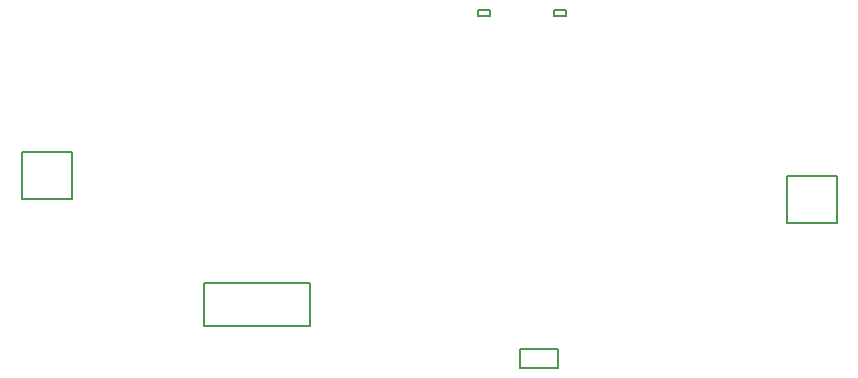
<source format=gbr>
G04*
G04 #@! TF.GenerationSoftware,Altium Limited,Altium Designer,24.9.1 (31)*
G04*
G04 Layer_Color=8388736*
%FSLAX44Y44*%
%MOMM*%
G71*
G04*
G04 #@! TF.SameCoordinates,B653029B-541F-4617-83FB-ACABD9EDAD60*
G04*
G04*
G04 #@! TF.FilePolarity,Positive*
G04*
G01*
G75*
%ADD12C,0.2000*%
D12*
X593640Y695740D02*
Y731740D01*
X503640D02*
X593640D01*
X503640Y695740D02*
Y731740D01*
Y695740D02*
X593640D01*
X771400Y660020D02*
Y676020D01*
Y660020D02*
X803400D01*
Y676020D01*
X771400D02*
X803400D01*
X800180Y957620D02*
Y962620D01*
Y957620D02*
X810180D01*
Y962620D01*
X800180D02*
X810180D01*
X736386Y957620D02*
Y962620D01*
Y957620D02*
X746386D01*
Y962620D01*
X736386D02*
X746386D01*
X349590Y842960D02*
X392090D01*
X349590Y802960D02*
Y842960D01*
Y802960D02*
X392090D01*
Y842960D01*
X997290Y782640D02*
X1039790D01*
Y822640D01*
X997290D02*
X1039790D01*
X997290Y782640D02*
Y822640D01*
M02*

</source>
